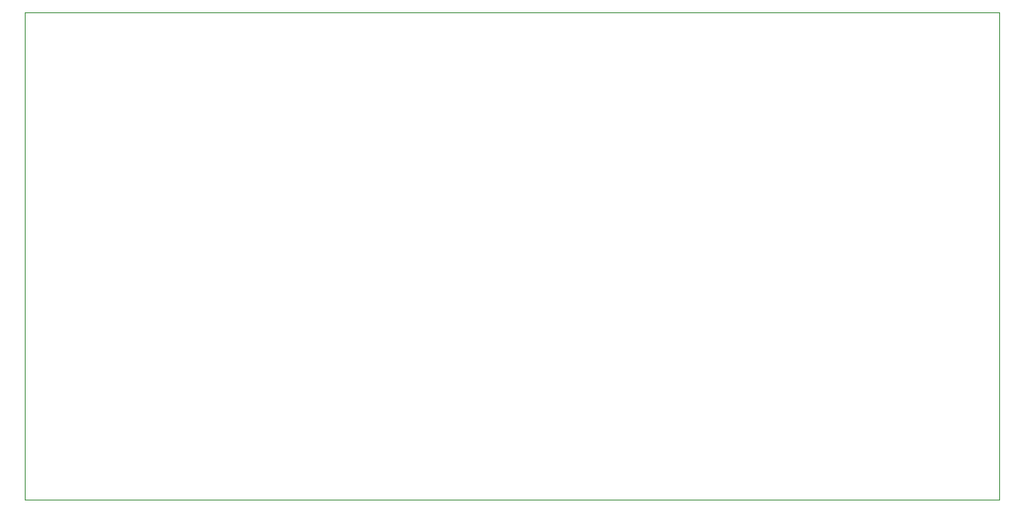
<source format=gbr>
%FSLAX34Y34*%
%MOMM*%
%LNOUTLINE*%
G71*
G01*
%ADD10C,0.100*%
%LPD*%
G54D10*
X1000Y-1000D02*
X1000000Y-1000D01*
X1000000Y-501000D01*
X1000Y-501000D01*
X1000Y-1000D01*
M02*

</source>
